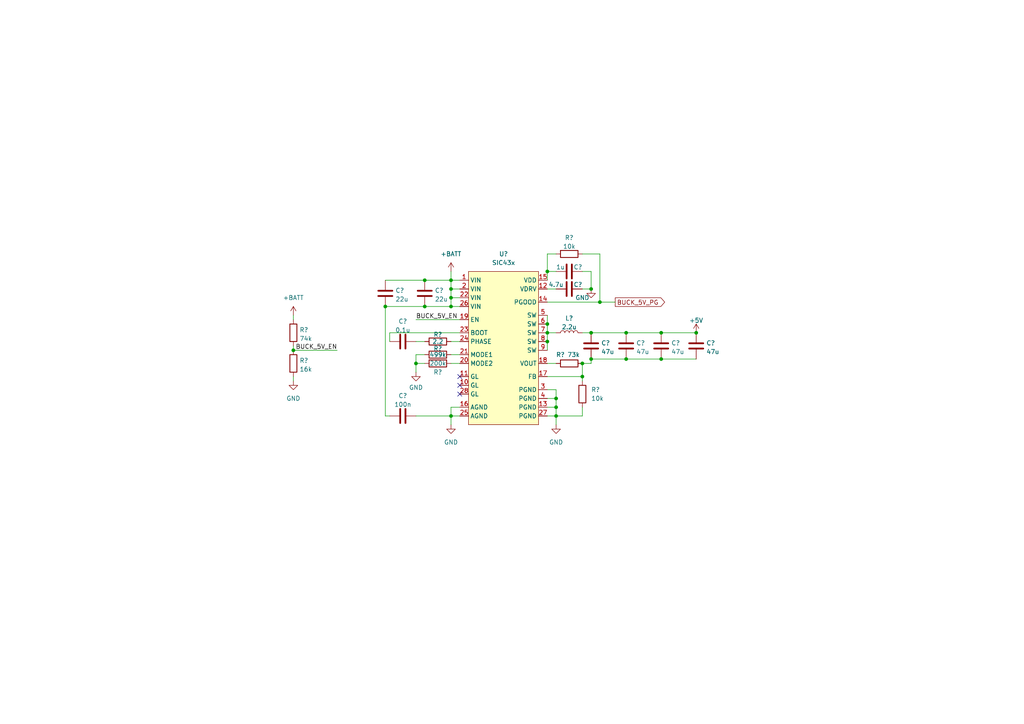
<source format=kicad_sch>
(kicad_sch (version 20211123) (generator eeschema)
  (paper "A4")
  (title_block (title "Pre-Reg 5V") (date "2022-09-18") (rev "1.0"))
  (lib_symbols
    (symbol "Device:C" (pin_numbers hide) (pin_names (offset 0.254))
      (property "Reference" "C" (at 0.635 2.54 0))
      (property "Value" "C" (at 0.635 -2.54 0))
      (symbol "C_0_1"
        (polyline (pts (xy -2.032 -0.762) (xy 2.032 -0.762)) (stroke (width 0.508)))
        (polyline (pts (xy -2.032 0.762) (xy 2.032 0.762)) (stroke (width 0.508)))
      )
      (symbol "C_1_1"
        (pin passive line (at 0 3.81 270) (length 2.794) (name "~") (number "1"))
        (pin passive line (at 0 -3.81 90) (length 2.794) (name "~") (number "2"))
      )
    )
    (symbol "Device:L" (pin_numbers hide) (pin_names (offset 1.016) hide)
      (property "Reference" "L" (at -1.27 0 90))
      (property "Value" "L" (at 1.905 0 90))
      (symbol "L_0_1"
        (arc (start 0 -2.54) (mid 0.635 -1.905) (end 0 -1.27))
        (arc (start 0 -1.27) (mid 0.635 -0.635) (end 0 0))
        (arc (start 0 0) (mid 0.635 0.635) (end 0 1.27))
        (arc (start 0 1.27) (mid 0.635 1.905) (end 0 2.54))
      )
      (symbol "L_1_1"
        (pin passive line (at 0 3.81 270) (length 1.27) (name "1") (number "1"))
        (pin passive line (at 0 -3.81 90) (length 1.27) (name "2") (number "2"))
      )
    )
    (symbol "Device:R" (pin_numbers hide) (pin_names (offset 0))
      (property "Reference" "R" (at 2.032 0 90))
      (property "Value" "R" (at 0 0 90))
      (symbol "R_0_1"
        (rectangle (start -1.016 -2.54) (end 1.016 2.54) (stroke (width 0.254)))
      )
      (symbol "R_1_1"
        (pin passive line (at 0 3.81 270) (length 1.27) (name "~") (number "1"))
        (pin passive line (at 0 -3.81 90) (length 1.27) (name "~") (number "2"))
      )
    )
    (symbol "Voltage_Regulators_Switching:SIC43x"
      (property "Reference" "U" (at 0 5.08 0))
      (property "Value" "SIC43x" (at 0 2.54 0))
      (symbol "SIC43x_0_1"
        (rectangle (start -10.16 1.27) (end 10.16 -43.18) (stroke (width 0.1524)) (fill (type background)))
      )
      (symbol "SIC43x_1_1"
        (pin power_in line (at -12.7 -1.27 0) (length 2.54) (name "VIN") (number "1"))
        (pin input line (at -12.7 -31.75 0) (length 2.54) (name "GL") (number "10"))
        (pin input line (at -12.7 -29.21 0) (length 2.54) (name "GL") (number "11"))
        (pin input line (at 12.7 -3.81 180) (length 2.54) (name "VDRV") (number "12"))
        (pin power_in line (at 12.7 -38.1 180) (length 2.54) (name "PGND") (number "13"))
        (pin input line (at 12.7 -7.62 180) (length 2.54) (name "PGOOD") (number "14"))
        (pin input line (at 12.7 -1.27 180) (length 2.54) (name "VDD") (number "15"))
        (pin power_in line (at -12.7 -38.1 0) (length 2.54) (name "AGND") (number "16"))
        (pin input line (at 12.7 -29.21 180) (length 2.54) (name "FB") (number "17"))
        (pin input line (at 12.7 -25.4 180) (length 2.54) (name "VOUT") (number "18"))
        (pin input line (at -12.7 -12.7 0) (length 2.54) (name "EN") (number "19"))
        (pin power_in line (at -12.7 -3.81 0) (length 2.54) (name "VIN") (number "2"))
        (pin input line (at -12.7 -25.4 0) (length 2.54) (name "MODE2") (number "20"))
        (pin input line (at -12.7 -22.86 0) (length 2.54) (name "MODE1") (number "21"))
        (pin power_in line (at -12.7 -6.35 0) (length 2.54) (name "VIN") (number "22"))
        (pin input line (at -12.7 -16.51 0) (length 2.54) (name "BOOT") (number "23"))
        (pin input line (at -12.7 -19.05 0) (length 2.54) (name "PHASE") (number "24"))
        (pin power_in line (at -12.7 -40.64 0) (length 2.54) (name "AGND") (number "25"))
        (pin power_in line (at -12.7 -8.89 0) (length 2.54) (name "VIN") (number "26"))
        (pin power_in line (at 12.7 -40.64 180) (length 2.54) (name "PGND") (number "27"))
        (pin input line (at -12.7 -34.29 0) (length 2.54) (name "GL") (number "28"))
        (pin power_in line (at 12.7 -33.02 180) (length 2.54) (name "PGND") (number "3"))
        (pin power_in line (at 12.7 -35.56 180) (length 2.54) (name "PGND") (number "4"))
        (pin input line (at 12.7 -11.43 180) (length 2.54) (name "SW") (number "5"))
        (pin input line (at 12.7 -13.97 180) (length 2.54) (name "SW") (number "6"))
        (pin input line (at 12.7 -16.51 180) (length 2.54) (name "SW") (number "7"))
        (pin input line (at 12.7 -19.05 180) (length 2.54) (name "SW") (number "8"))
        (pin input line (at 12.7 -21.59 180) (length 2.54) (name "SW") (number "9"))
      )
    )
    (symbol "power:+5V" (power) (pin_names (offset 0))
      (property "Value" "+5V" (at 0 3.556 0))
      (symbol "+5V_0_1"
        (polyline (pts (xy -0.762 1.27) (xy 0 2.54)))
        (polyline (pts (xy 0 0) (xy 0 2.54)))
        (polyline (pts (xy 0 2.54) (xy 0.762 1.27)))
      )
      (symbol "+5V_1_1"
        (pin power_in line (at 0 0 90) (length 0) hide (name "+5V") (number "1"))
      )
    )
    (symbol "power:+BATT" (power) (pin_names (offset 0))
      (property "Value" "+BATT" (at 0 3.556 0))
      (symbol "+BATT_0_1"
        (polyline (pts (xy -0.762 1.27) (xy 0 2.54)))
        (polyline (pts (xy 0 0) (xy 0 2.54)))
        (polyline (pts (xy 0 2.54) (xy 0.762 1.27)))
      )
      (symbol "+BATT_1_1"
        (pin power_in line (at 0 0 90) (length 0) hide (name "+BATT") (number "1"))
      )
    )
    (symbol "power:GND" (power) (pin_names (offset 0))
      (property "Value" "GND" (at 0 -3.81 0))
      (symbol "GND_0_1"
        (polyline (pts (xy 0 0) (xy 0 -1.27) (xy 1.27 -1.27) (xy 0 -2.54) (xy -1.27 -1.27) (xy 0 -1.27)))
      )
      (symbol "GND_1_1"
        (pin power_in line (at 0 0 270) (length 0) hide (name "GND") (number "1"))
      )
    )
  )
  (junction (at 171.45 96.52))
  (junction (at 158.75 93.98))
  (junction (at 158.75 96.52))
  (junction (at 191.77 104.14))
  (junction (at 130.81 88.9))
  (junction (at 171.45 104.14))
  (junction (at 161.29 115.57))
  (junction (at 130.81 120.65))
  (junction (at 168.91 105.41))
  (junction (at 123.19 81.28))
  (junction (at 158.75 78.74))
  (junction (at 173.99 87.63))
  (junction (at 181.61 96.52))
  (junction (at 191.77 96.52))
  (junction (at 181.61 104.14))
  (junction (at 111.76 88.9))
  (junction (at 120.65 105.41))
  (junction (at 171.45 83.82))
  (junction (at 123.19 88.9))
  (junction (at 130.81 83.82))
  (junction (at 130.81 81.28))
  (junction (at 130.81 86.36))
  (junction (at 161.29 118.11))
  (junction (at 168.91 109.22))
  (junction (at 201.93 96.52))
  (junction (at 158.75 99.06))
  (junction (at 161.29 120.65))
  (junction (at 85.09 101.6))
  (no_connect (at 133.35 114.3))
  (no_connect (at 133.35 111.76))
  (no_connect (at 133.35 109.22))
  (wire (pts (xy 161.29 113.03) (xy 158.75 113.03)))
  (wire (pts (xy 161.29 73.66) (xy 158.75 73.66)))
  (wire (pts (xy 130.81 86.36) (xy 133.35 86.36)))
  (wire (pts (xy 130.81 81.28) (xy 130.81 78.74)))
  (wire (pts (xy 130.81 81.28) (xy 133.35 81.28)))
  (wire (pts (xy 113.03 96.52) (xy 133.35 96.52)))
  (wire (pts (xy 130.81 88.9) (xy 130.81 86.36)))
  (wire (pts (xy 191.77 104.14) (xy 201.93 104.14)))
  (wire (pts (xy 130.81 99.06) (xy 133.35 99.06)))
  (wire (pts (xy 161.29 118.11) (xy 161.29 115.57)))
  (wire (pts (xy 168.91 96.52) (xy 171.45 96.52)))
  (wire (pts (xy 158.75 81.28) (xy 158.75 78.74)))
  (wire (pts (xy 168.91 78.74) (xy 171.45 78.74)))
  (wire (pts (xy 85.09 91.44) (xy 85.09 92.71)))
  (wire (pts (xy 158.75 93.98) (xy 158.75 96.52)))
  (wire (pts (xy 113.03 99.06) (xy 113.03 96.52)))
  (wire (pts (xy 173.99 87.63) (xy 178.435 87.63)))
  (wire (pts (xy 158.75 78.74) (xy 161.29 78.74)))
  (wire (pts (xy 120.65 99.06) (xy 123.19 99.06)))
  (wire (pts (xy 181.61 104.14) (xy 191.77 104.14)))
  (wire (pts (xy 111.76 120.65) (xy 113.03 120.65)))
  (wire (pts (xy 171.45 105.41) (xy 168.91 105.41)))
  (wire (pts (xy 133.35 88.9) (xy 130.81 88.9)))
  (wire (pts (xy 111.76 88.9) (xy 123.19 88.9)))
  (wire (pts (xy 168.91 109.22) (xy 158.75 109.22)))
  (wire (pts (xy 111.76 81.28) (xy 123.19 81.28)))
  (wire (pts (xy 168.91 109.22) (xy 168.91 110.49)))
  (wire (pts (xy 158.75 96.52) (xy 161.29 96.52)))
  (wire (pts (xy 120.65 105.41) (xy 120.65 102.87)))
  (wire (pts (xy 130.81 86.36) (xy 130.81 83.82)))
  (wire (pts (xy 123.19 81.28) (xy 130.81 81.28)))
  (wire (pts (xy 173.99 87.63) (xy 158.75 87.63)))
  (wire (pts (xy 111.76 88.9) (xy 111.76 120.65)))
  (wire (pts (xy 120.65 102.87) (xy 123.19 102.87)))
  (wire (pts (xy 173.99 73.66) (xy 173.99 87.63)))
  (wire (pts (xy 158.75 96.52) (xy 158.75 99.06)))
  (wire (pts (xy 168.91 120.65) (xy 161.29 120.65)))
  (wire (pts (xy 171.45 104.14) (xy 181.61 104.14)))
  (wire (pts (xy 158.75 83.82) (xy 161.29 83.82)))
  (wire (pts (xy 158.75 115.57) (xy 161.29 115.57)))
  (wire (pts (xy 161.29 120.65) (xy 161.29 123.19)))
  (wire (pts (xy 85.09 109.22) (xy 85.09 110.49)))
  (wire (pts (xy 130.81 105.41) (xy 133.35 105.41)))
  (wire (pts (xy 130.81 102.87) (xy 133.35 102.87)))
  (wire (pts (xy 120.65 120.65) (xy 130.81 120.65)))
  (wire (pts (xy 158.75 91.44) (xy 158.75 93.98)))
  (wire (pts (xy 130.81 83.82) (xy 133.35 83.82)))
  (wire (pts (xy 130.81 83.82) (xy 130.81 81.28)))
  (wire (pts (xy 123.19 88.9) (xy 130.81 88.9)))
  (wire (pts (xy 161.29 120.65) (xy 161.29 118.11)))
  (wire (pts (xy 123.19 105.41) (xy 120.65 105.41)))
  (wire (pts (xy 161.29 115.57) (xy 161.29 113.03)))
  (wire (pts (xy 120.65 92.71) (xy 133.35 92.71)))
  (wire (pts (xy 158.75 120.65) (xy 161.29 120.65)))
  (wire (pts (xy 168.91 83.82) (xy 171.45 83.82)))
  (wire (pts (xy 133.35 120.65) (xy 130.81 120.65)))
  (wire (pts (xy 85.09 100.33) (xy 85.09 101.6)))
  (wire (pts (xy 171.45 96.52) (xy 181.61 96.52)))
  (wire (pts (xy 158.75 118.11) (xy 161.29 118.11)))
  (wire (pts (xy 133.35 118.11) (xy 130.81 118.11)))
  (wire (pts (xy 168.91 105.41) (xy 168.91 109.22)))
  (wire (pts (xy 191.77 96.52) (xy 201.93 96.52)))
  (wire (pts (xy 181.61 96.52) (xy 191.77 96.52)))
  (wire (pts (xy 168.91 73.66) (xy 173.99 73.66)))
  (wire (pts (xy 130.81 120.65) (xy 130.81 123.19)))
  (wire (pts (xy 130.81 118.11) (xy 130.81 120.65)))
  (wire (pts (xy 120.65 105.41) (xy 120.65 107.95)))
  (wire (pts (xy 158.75 99.06) (xy 158.75 101.6)))
  (wire (pts (xy 85.09 101.6) (xy 97.79 101.6)))
  (wire (pts (xy 171.45 78.74) (xy 171.45 83.82)))
  (wire (pts (xy 158.75 73.66) (xy 158.75 78.74)))
  (wire (pts (xy 158.75 105.41) (xy 161.29 105.41)))
  (wire (pts (xy 168.91 118.11) (xy 168.91 120.65)))
  (wire (pts (xy 171.45 104.14) (xy 171.45 105.41)))
  (label "BUCK_5V_EN" (at 97.79 101.6 180))
  (label "BUCK_5V_EN" (at 120.65 92.71 0))
  (global_label "BUCK_5V_PG" (shape output) (at 178.435 87.63 0) (property "Intersheet References" "${INTERSHEET_REFS}" (effects hide)))
  (symbol (lib_id "Voltage_Regulators_Switching:SIC43x") (at 146.05 80.01 0) (unit 1)
    (property "Reference" "U?" (at 146.05 73.66 0))
    (property "Value" "SIC43x" (at 146.05 76.2 0))
    (property "Datasheet" "https://www.vishay.com/docs/75921/sic437.pdf" (effects hide))
  )
  (symbol (lib_id "Device:C") (at 165.1 78.74 90) (unit 1)
    (property "Reference" "C?" (at 167.64 77.47 90))
    (property "Value" "1u" (at 162.56 77.47 90))
  )
  (symbol (lib_id "Device:C") (at 201.93 100.33 0) (unit 1)
    (property "Reference" "C?" (at 204.851 99.4953 0) (effects (justify left)))
    (property "Value" "47u" (at 204.851 102.0322 0) (effects (justify left)))
  )
  (symbol (lib_id "Device:C") (at 165.1 83.82 90) (unit 1)
    (property "Reference" "C?" (at 167.64 82.55 90))
    (property "Value" "4.7u" (at 161.29 82.55 90))
  )
  (symbol (lib_id "Device:C") (at 181.61 100.33 0) (unit 1)
    (property "Reference" "C?" (at 184.531 99.4953 0) (effects (justify left)))
    (property "Value" "47u" (at 184.531 102.0322 0) (effects (justify left)))
  )
  (symbol (lib_id "Device:C") (at 191.77 100.33 0) (unit 1)
    (property "Reference" "C?" (at 194.691 99.4953 0) (effects (justify left)))
    (property "Value" "47u" (at 194.691 102.0322 0) (effects (justify left)))
  )
  (symbol (lib_id "Device:R") (at 127 99.06 90) (unit 1)
    (property "Reference" "R?" (at 127 97.028 90))
    (property "Value" "2.2" (at 127 99.06 90))
  )
  (symbol (lib_id "power:GND") (at 130.81 123.19 0) (unit 1)
    (property "Reference" "#PWR?" (effects hide))
    (property "Value" "GND" (at 130.81 128.27 0))
  )
  (symbol (lib_id "power:+BATT") (at 85.09 91.44 0) (unit 1)
    (property "Reference" "#PWR?" (effects hide))
    (property "Value" "+BATT" (at 85.09 86.36 0))
  )
  (symbol (lib_id "Device:L") (at 165.1 96.52 90) (unit 1)
    (property "Reference" "L?" (at 165.1 92.3122 90))
    (property "Value" "2.2u" (at 165.1 94.8491 90))
  )
  (symbol (lib_id "Device:R") (at 165.1 73.66 90) (unit 1)
    (property "Reference" "R?" (at 165.1 68.9442 90))
    (property "Value" "10k" (at 165.1 71.4811 90))
  )
  (symbol (lib_id "Device:R") (at 85.09 96.52 0) (unit 1)
    (property "Reference" "R?" (at 86.868 95.6853 0) (effects (justify left)))
    (property "Value" "74k" (at 86.868 98.2222 0) (effects (justify left)))
  )
  (symbol (lib_id "Device:C") (at 116.84 99.06 90) (unit 1)
    (property "Reference" "C?" (at 116.84 93.2012 90))
    (property "Value" "0.1u" (at 116.84 95.7381 90))
  )
  (symbol (lib_id "Device:C") (at 171.45 100.33 0) (unit 1)
    (property "Reference" "C?" (at 174.371 99.4953 0) (effects (justify left)))
    (property "Value" "47u" (at 174.371 102.0322 0) (effects (justify left)))
  )
  (symbol (lib_id "power:+5V") (at 201.93 96.52 0) (unit 1)
    (property "Reference" "#PWR?" (effects hide))
    (property "Value" "+5V" (at 201.93 92.9442 0))
  )
  (symbol (lib_id "Device:R") (at 127 105.41 90) (unit 1)
    (property "Reference" "R?" (at 127 107.95 90))
    (property "Value" "200k" (at 127 105.41 90))
  )
  (symbol (lib_id "Device:R") (at 165.1 105.41 90) (unit 1)
    (property "Reference" "R?" (at 162.56 102.87 90))
    (property "Value" "73k" (at 166.37 102.87 90))
  )
  (symbol (lib_id "power:+BATT") (at 130.81 78.74 0) (unit 1)
    (property "Reference" "#PWR?" (effects hide))
    (property "Value" "+BATT" (at 130.81 73.66 0))
  )
  (symbol (lib_id "power:GND") (at 161.29 123.19 0) (unit 1)
    (property "Reference" "#PWR?" (effects hide))
    (property "Value" "GND" (at 161.29 128.27 0))
  )
  (symbol (lib_id "Device:R") (at 168.91 114.3 0) (unit 1)
    (property "Reference" "R?" (at 171.45 113.0299 0) (effects (justify left)))
    (property "Value" "10k" (at 171.45 115.5699 0) (effects (justify left)))
  )
  (symbol (lib_id "Device:R") (at 85.09 105.41 0) (unit 1)
    (property "Reference" "R?" (at 86.868 104.5753 0) (effects (justify left)))
    (property "Value" "16k" (at 86.868 107.1122 0) (effects (justify left)))
  )
  (symbol (lib_id "Device:C") (at 123.19 85.09 0) (unit 1)
    (property "Reference" "C?" (at 126.111 84.2553 0) (effects (justify left)))
    (property "Value" "22u" (at 126.111 86.7922 0) (effects (justify left)))
  )
  (symbol (lib_id "Device:C") (at 111.76 85.09 0) (unit 1)
    (property "Reference" "C?" (at 114.681 84.2553 0) (effects (justify left)))
    (property "Value" "22u" (at 114.681 86.7922 0) (effects (justify left)))
  )
  (symbol (lib_id "power:GND") (at 171.45 83.82 0) (unit 1)
    (property "Reference" "#PWR?" (effects hide))
    (property "Value" "GND" (at 168.91 86.36 0))
  )
  (symbol (lib_id "Device:C") (at 116.84 120.65 90) (unit 1)
    (property "Reference" "C?" (at 116.84 114.7912 90))
    (property "Value" "100n" (at 116.84 117.3281 90))
  )
  (symbol (lib_id "power:GND") (at 85.09 110.49 0) (unit 1)
    (property "Reference" "#PWR?" (effects hide))
    (property "Value" "GND" (at 85.09 115.57 0))
  )
  (symbol (lib_id "power:GND") (at 120.65 107.95 0) (unit 1)
    (property "Reference" "#PWR?" (effects hide))
    (property "Value" "GND" (at 120.65 112.3934 0))
  )
  (symbol (lib_id "Device:R") (at 127 102.87 90) (unit 1)
    (property "Reference" "R?" (at 127 101.092 90))
    (property "Value" "499k" (at 127 102.87 90))
  )
)
</source>
